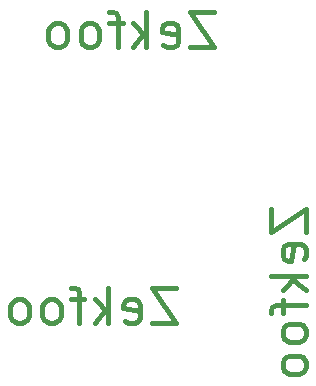
<source format=gbo>
%TF.GenerationSoftware,KiCad,Pcbnew,(5.1.10)-1*%
%TF.CreationDate,2021-06-21T00:32:37-07:00*%
%TF.ProjectId,tactileAGB,74616374-696c-4654-9147-422e6b696361,rev?*%
%TF.SameCoordinates,Original*%
%TF.FileFunction,Legend,Bot*%
%TF.FilePolarity,Positive*%
%FSLAX46Y46*%
G04 Gerber Fmt 4.6, Leading zero omitted, Abs format (unit mm)*
G04 Created by KiCad (PCBNEW (5.1.10)-1) date 2021-06-21 00:32:37*
%MOMM*%
%LPD*%
G01*
G04 APERTURE LIST*
%ADD10C,0.450000*%
G04 APERTURE END LIST*
D10*
X96071428Y-99207142D02*
X94071428Y-99207142D01*
X96071428Y-102207142D01*
X94071428Y-102207142D01*
X91785714Y-102064285D02*
X92071428Y-102207142D01*
X92642857Y-102207142D01*
X92928571Y-102064285D01*
X93071428Y-101778571D01*
X93071428Y-100635714D01*
X92928571Y-100350000D01*
X92642857Y-100207142D01*
X92071428Y-100207142D01*
X91785714Y-100350000D01*
X91642857Y-100635714D01*
X91642857Y-100921428D01*
X93071428Y-101207142D01*
X90357142Y-102207142D02*
X90357142Y-99207142D01*
X90071428Y-101064285D02*
X89214285Y-102207142D01*
X89214285Y-100207142D02*
X90357142Y-101350000D01*
X88357142Y-100207142D02*
X87214285Y-100207142D01*
X87928571Y-102207142D02*
X87928571Y-99635714D01*
X87785714Y-99350000D01*
X87500000Y-99207142D01*
X87214285Y-99207142D01*
X85785714Y-102207142D02*
X86071428Y-102064285D01*
X86214285Y-101921428D01*
X86357142Y-101635714D01*
X86357142Y-100778571D01*
X86214285Y-100492857D01*
X86071428Y-100350000D01*
X85785714Y-100207142D01*
X85357142Y-100207142D01*
X85071428Y-100350000D01*
X84928571Y-100492857D01*
X84785714Y-100778571D01*
X84785714Y-101635714D01*
X84928571Y-101921428D01*
X85071428Y-102064285D01*
X85357142Y-102207142D01*
X85785714Y-102207142D01*
X83071428Y-102207142D02*
X83357142Y-102064285D01*
X83500000Y-101921428D01*
X83642857Y-101635714D01*
X83642857Y-100778571D01*
X83500000Y-100492857D01*
X83357142Y-100350000D01*
X83071428Y-100207142D01*
X82642857Y-100207142D01*
X82357142Y-100350000D01*
X82214285Y-100492857D01*
X82071428Y-100778571D01*
X82071428Y-101635714D01*
X82214285Y-101921428D01*
X82357142Y-102064285D01*
X82642857Y-102207142D01*
X83071428Y-102207142D01*
X100887142Y-115898571D02*
X100887142Y-117898571D01*
X103887142Y-115898571D01*
X103887142Y-117898571D01*
X103744285Y-120184285D02*
X103887142Y-119898571D01*
X103887142Y-119327142D01*
X103744285Y-119041428D01*
X103458571Y-118898571D01*
X102315714Y-118898571D01*
X102030000Y-119041428D01*
X101887142Y-119327142D01*
X101887142Y-119898571D01*
X102030000Y-120184285D01*
X102315714Y-120327142D01*
X102601428Y-120327142D01*
X102887142Y-118898571D01*
X103887142Y-121612857D02*
X100887142Y-121612857D01*
X102744285Y-121898571D02*
X103887142Y-122755714D01*
X101887142Y-122755714D02*
X103030000Y-121612857D01*
X101887142Y-123612857D02*
X101887142Y-124755714D01*
X103887142Y-124041428D02*
X101315714Y-124041428D01*
X101030000Y-124184285D01*
X100887142Y-124470000D01*
X100887142Y-124755714D01*
X103887142Y-126184285D02*
X103744285Y-125898571D01*
X103601428Y-125755714D01*
X103315714Y-125612857D01*
X102458571Y-125612857D01*
X102172857Y-125755714D01*
X102030000Y-125898571D01*
X101887142Y-126184285D01*
X101887142Y-126612857D01*
X102030000Y-126898571D01*
X102172857Y-127041428D01*
X102458571Y-127184285D01*
X103315714Y-127184285D01*
X103601428Y-127041428D01*
X103744285Y-126898571D01*
X103887142Y-126612857D01*
X103887142Y-126184285D01*
X103887142Y-128898571D02*
X103744285Y-128612857D01*
X103601428Y-128470000D01*
X103315714Y-128327142D01*
X102458571Y-128327142D01*
X102172857Y-128470000D01*
X102030000Y-128612857D01*
X101887142Y-128898571D01*
X101887142Y-129327142D01*
X102030000Y-129612857D01*
X102172857Y-129755714D01*
X102458571Y-129898571D01*
X103315714Y-129898571D01*
X103601428Y-129755714D01*
X103744285Y-129612857D01*
X103887142Y-129327142D01*
X103887142Y-128898571D01*
X92831428Y-122577142D02*
X90831428Y-122577142D01*
X92831428Y-125577142D01*
X90831428Y-125577142D01*
X88545714Y-125434285D02*
X88831428Y-125577142D01*
X89402857Y-125577142D01*
X89688571Y-125434285D01*
X89831428Y-125148571D01*
X89831428Y-124005714D01*
X89688571Y-123720000D01*
X89402857Y-123577142D01*
X88831428Y-123577142D01*
X88545714Y-123720000D01*
X88402857Y-124005714D01*
X88402857Y-124291428D01*
X89831428Y-124577142D01*
X87117142Y-125577142D02*
X87117142Y-122577142D01*
X86831428Y-124434285D02*
X85974285Y-125577142D01*
X85974285Y-123577142D02*
X87117142Y-124720000D01*
X85117142Y-123577142D02*
X83974285Y-123577142D01*
X84688571Y-125577142D02*
X84688571Y-123005714D01*
X84545714Y-122720000D01*
X84260000Y-122577142D01*
X83974285Y-122577142D01*
X82545714Y-125577142D02*
X82831428Y-125434285D01*
X82974285Y-125291428D01*
X83117142Y-125005714D01*
X83117142Y-124148571D01*
X82974285Y-123862857D01*
X82831428Y-123720000D01*
X82545714Y-123577142D01*
X82117142Y-123577142D01*
X81831428Y-123720000D01*
X81688571Y-123862857D01*
X81545714Y-124148571D01*
X81545714Y-125005714D01*
X81688571Y-125291428D01*
X81831428Y-125434285D01*
X82117142Y-125577142D01*
X82545714Y-125577142D01*
X79831428Y-125577142D02*
X80117142Y-125434285D01*
X80260000Y-125291428D01*
X80402857Y-125005714D01*
X80402857Y-124148571D01*
X80260000Y-123862857D01*
X80117142Y-123720000D01*
X79831428Y-123577142D01*
X79402857Y-123577142D01*
X79117142Y-123720000D01*
X78974285Y-123862857D01*
X78831428Y-124148571D01*
X78831428Y-125005714D01*
X78974285Y-125291428D01*
X79117142Y-125434285D01*
X79402857Y-125577142D01*
X79831428Y-125577142D01*
M02*

</source>
